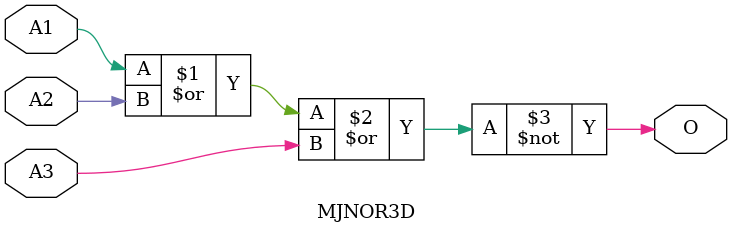
<source format=v>
module MJNOR3D(A1, A2, A3, O);
input   A1;
input   A2;
input   A3;
output  O;
nor g0(O, A1, A2, A3);
endmodule
</source>
